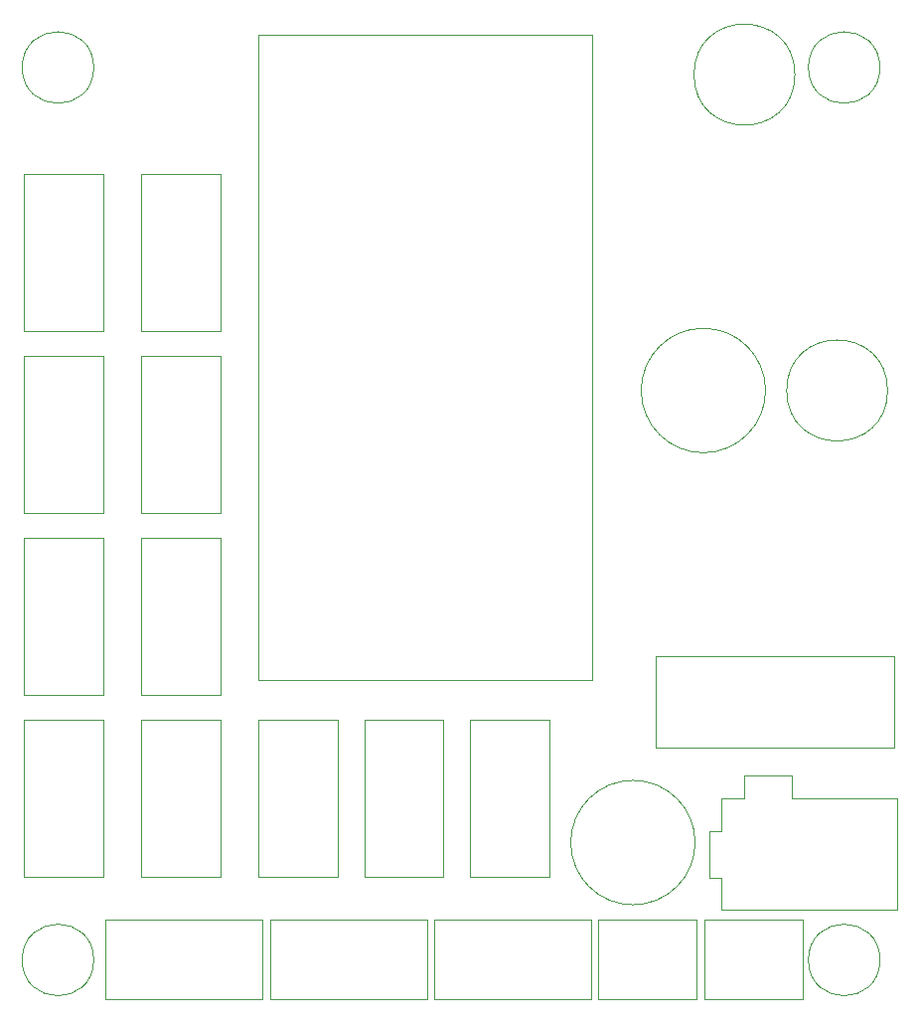
<source format=gbr>
G04 #@! TF.GenerationSoftware,KiCad,Pcbnew,(5.1.7)-1*
G04 #@! TF.CreationDate,2020-12-10T17:03:20+02:00*
G04 #@! TF.ProjectId,beehive,62656568-6976-4652-9e6b-696361645f70,rev?*
G04 #@! TF.SameCoordinates,Original*
G04 #@! TF.FileFunction,Other,User*
%FSLAX46Y46*%
G04 Gerber Fmt 4.6, Leading zero omitted, Abs format (unit mm)*
G04 Created by KiCad (PCBNEW (5.1.7)-1) date 2020-12-10 17:03:20*
%MOMM*%
%LPD*%
G01*
G04 APERTURE LIST*
%ADD10C,0.050000*%
G04 APERTURE END LIST*
D10*
X193950000Y-143850000D02*
X193950000Y-137100000D01*
X193950000Y-137100000D02*
X185550000Y-137100000D01*
X185550000Y-137100000D02*
X185550000Y-143850000D01*
X185550000Y-143850000D02*
X193950000Y-143850000D01*
X202950000Y-143850000D02*
X202950000Y-137100000D01*
X202950000Y-137100000D02*
X194550000Y-137100000D01*
X194550000Y-137100000D02*
X194550000Y-143850000D01*
X194550000Y-143850000D02*
X202950000Y-143850000D01*
X185000000Y-116640000D02*
X156600000Y-116640000D01*
X156600000Y-116640000D02*
X156600000Y-61740000D01*
X156600000Y-61740000D02*
X185000000Y-61740000D01*
X185000000Y-61740000D02*
X185000000Y-116640000D01*
X143350000Y-89050000D02*
X136600000Y-89050000D01*
X136600000Y-89050000D02*
X136600000Y-102450000D01*
X136600000Y-102450000D02*
X143350000Y-102450000D01*
X143350000Y-102450000D02*
X143350000Y-89050000D01*
X153350000Y-73550000D02*
X146600000Y-73550000D01*
X146600000Y-73550000D02*
X146600000Y-86950000D01*
X146600000Y-86950000D02*
X153350000Y-86950000D01*
X153350000Y-86950000D02*
X153350000Y-73550000D01*
X143350000Y-73550000D02*
X136600000Y-73550000D01*
X136600000Y-73550000D02*
X136600000Y-86950000D01*
X136600000Y-86950000D02*
X143350000Y-86950000D01*
X143350000Y-86950000D02*
X143350000Y-73550000D01*
X143350000Y-104550000D02*
X136600000Y-104550000D01*
X136600000Y-104550000D02*
X136600000Y-117950000D01*
X136600000Y-117950000D02*
X143350000Y-117950000D01*
X143350000Y-117950000D02*
X143350000Y-104550000D01*
X184950000Y-143850000D02*
X184950000Y-137100000D01*
X184950000Y-137100000D02*
X171550000Y-137100000D01*
X171550000Y-137100000D02*
X171550000Y-143850000D01*
X171550000Y-143850000D02*
X184950000Y-143850000D01*
X156950000Y-143850000D02*
X156950000Y-137100000D01*
X156950000Y-137100000D02*
X143550000Y-137100000D01*
X143550000Y-137100000D02*
X143550000Y-143850000D01*
X143550000Y-143850000D02*
X156950000Y-143850000D01*
X142550000Y-64500000D02*
G75*
G03*
X142550000Y-64500000I-3050000J0D01*
G01*
X209550000Y-64500000D02*
G75*
G03*
X209550000Y-64500000I-3050000J0D01*
G01*
X209550000Y-140500000D02*
G75*
G03*
X209550000Y-140500000I-3050000J0D01*
G01*
X142550000Y-140500000D02*
G75*
G03*
X142550000Y-140500000I-3050000J0D01*
G01*
X170950000Y-143850000D02*
X170950000Y-137100000D01*
X170950000Y-137100000D02*
X157550000Y-137100000D01*
X157550000Y-137100000D02*
X157550000Y-143850000D01*
X157550000Y-143850000D02*
X170950000Y-143850000D01*
X181350000Y-120050000D02*
X174600000Y-120050000D01*
X174600000Y-120050000D02*
X174600000Y-133450000D01*
X174600000Y-133450000D02*
X181350000Y-133450000D01*
X181350000Y-133450000D02*
X181350000Y-120050000D01*
X172350000Y-120050000D02*
X165600000Y-120050000D01*
X165600000Y-120050000D02*
X165600000Y-133450000D01*
X165600000Y-133450000D02*
X172350000Y-133450000D01*
X172350000Y-133450000D02*
X172350000Y-120050000D01*
X163350000Y-120050000D02*
X156600000Y-120050000D01*
X156600000Y-120050000D02*
X156600000Y-133450000D01*
X156600000Y-133450000D02*
X163350000Y-133450000D01*
X163350000Y-133450000D02*
X163350000Y-120050000D01*
X153350000Y-120050000D02*
X146600000Y-120050000D01*
X146600000Y-120050000D02*
X146600000Y-133450000D01*
X146600000Y-133450000D02*
X153350000Y-133450000D01*
X153350000Y-133450000D02*
X153350000Y-120050000D01*
X143350000Y-120050000D02*
X136600000Y-120050000D01*
X136600000Y-120050000D02*
X136600000Y-133450000D01*
X136600000Y-133450000D02*
X143350000Y-133450000D01*
X143350000Y-133450000D02*
X143350000Y-120050000D01*
X153350000Y-104550000D02*
X146600000Y-104550000D01*
X146600000Y-104550000D02*
X146600000Y-117950000D01*
X146600000Y-117950000D02*
X153350000Y-117950000D01*
X153350000Y-117950000D02*
X153350000Y-104550000D01*
X153350000Y-89050000D02*
X146600000Y-89050000D01*
X146600000Y-89050000D02*
X146600000Y-102450000D01*
X146600000Y-102450000D02*
X153350000Y-102450000D01*
X153350000Y-102450000D02*
X153350000Y-89050000D01*
X210750000Y-114600000D02*
X210750000Y-122400000D01*
X190450000Y-114600000D02*
X210750000Y-114600000D01*
X190450000Y-122400000D02*
X190450000Y-114600000D01*
X210750000Y-122400000D02*
X190450000Y-122400000D01*
X196000000Y-136000000D02*
X196000000Y-136250000D01*
X196000000Y-136250000D02*
X211000000Y-136250000D01*
X196000000Y-136000000D02*
X196000000Y-133500000D01*
X196000000Y-133500000D02*
X195000000Y-133500000D01*
X195000000Y-133500000D02*
X195000000Y-129500000D01*
X195000000Y-129500000D02*
X196000000Y-129500000D01*
X196000000Y-129500000D02*
X196000000Y-126750000D01*
X196000000Y-126750000D02*
X198000000Y-126750000D01*
X198000000Y-126750000D02*
X198000000Y-124750000D01*
X198000000Y-124750000D02*
X202000000Y-124750000D01*
X202000000Y-124750000D02*
X202000000Y-126750000D01*
X202000000Y-126750000D02*
X211000000Y-126750000D01*
X211000000Y-126750000D02*
X211000000Y-136250000D01*
X202300000Y-65100000D02*
G75*
G03*
X202300000Y-65100000I-4300000J0D01*
G01*
X199800000Y-92000000D02*
G75*
G03*
X199800000Y-92000000I-5300000J0D01*
G01*
X210200000Y-92000000D02*
G75*
G03*
X210200000Y-92000000I-4300000J0D01*
G01*
X193800000Y-130500000D02*
G75*
G03*
X193800000Y-130500000I-5300000J0D01*
G01*
M02*

</source>
